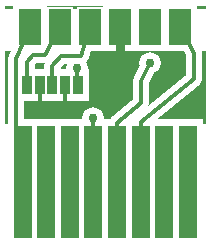
<source format=gtl>
G04*
G04 Format:               Gerber RS-274X*
G04 Export Settings:      (default)*
G04 Layer:                TopCopper*
G04 This File Name:       wii_to_snesmultiout.gtl*
G04 Source File Name:     wii_to_snesmultiout.rrb*
G04 Unique ID:            a9f98a6f-7b16-41eb-b503-fa8c6335f000*
G04 Generated Date:       Tuesday, 10 July 2018 14:25:27*
G04*
G04 Created Using:        Robot Room Copper Connection v3.0.5875*
G04 Software Contact:     http://www.robotroom.com/CopperConnection/Support.aspx*
G04 License Number:       1880*
G04*
G04 Zero Suppression:     Leading*
G04 Number Precision:     2.4*
G04*
%FSLAX24Y24*%
%MOIN*%
%LNTopCopper*%
%ADD10C,.0118*%
%ADD11C,.012*%
%ADD12C,.0295*%
%ADD13C,.03*%
%ADD14C,.0543*%
%ADD15C,.0545*%
%ADD16C,.072*%
%ADD17R,.006X.006*%
%ADD18R,.007X.007*%
%ADD19R,.0354X.063*%
%ADD20R,.0591X.378*%
%ADD21R,.075X.1213*%
%ADD22R,.078X.1055*%
%ADD23R,.0907X.137*%
%ADD24R,.1016X.4205*%
%ADD25R,.1175X.1638*%
G36*
G01X-841Y703D02*
X5852D01*
Y-7113D01*
X-841D01*
Y703D01*
G37*
%LPC*%
G36*
X-846Y607D02*
X5846D01*
Y-820D01*
X-846D01*
Y607D01*
G37*
G36*
X-846Y-3231D02*
X5846D01*
Y-7168D01*
X-846D01*
Y-3231D01*
G37*
D14*
X-256Y-5170D02*
X-486Y-3407D01*
Y-1075D02*
X0Y0D01*
X-486Y-3407D02*
Y-1075D01*
D15*
X3681Y-5170D02*
Y-3179D01*
X5453Y-1734D02*
Y-869D01*
X2106Y-5170D02*
Y-3044D01*
X2894Y-5170D02*
Y-3192D01*
X2000Y0D02*
X1694Y-966D01*
X-108Y-1174D02*
X-103Y-1932D01*
X1000Y0D02*
X480Y-928D01*
X728Y-1321D02*
X733Y-1932D01*
X1575D02*
X1565Y-1371D01*
X1694Y-966D02*
X1024D01*
X728Y-1321D01*
X480Y-928D02*
X88D01*
X-108Y-1174D01*
X2894Y-3192D02*
X3680Y-2535D01*
Y-1804D01*
X5453Y-869D02*
X5000Y0D01*
X3680Y-1804D02*
X4000Y-1213D01*
X3681Y-3179D02*
X5453Y-1734D01*
D16*
X2106Y-3044D03*
X4000Y-1213D03*
X1565Y-1371D03*
D22*
X315Y-1932D03*
X-103D03*
X733D03*
X1152D03*
X1575D03*
D24*
X-256Y-5170D03*
X531D03*
X1319D03*
X2106D03*
X2894D03*
X3681D03*
X4469D03*
X5256D03*
D25*
X4000Y0D03*
X5000D03*
D23*
X2000Y0D03*
D25*
X3000Y0D03*
X0D03*
D23*
X1000Y0D03*
%LPD*%
D10*
X-256Y-5170D02*
X-486Y-3407D01*
Y-1075D02*
X0Y0D01*
X-486Y-3407D02*
Y-1075D01*
D11*
X3681Y-5170D02*
Y-3179D01*
X5453Y-1734D02*
Y-869D01*
X2106Y-5170D02*
Y-3044D01*
X2894Y-5170D02*
Y-3192D01*
X2000Y0D02*
X1694Y-966D01*
X-108Y-1174D02*
X-103Y-1932D01*
X1000Y0D02*
X480Y-928D01*
X728Y-1321D02*
X733Y-1932D01*
X1575D02*
X1565Y-1371D01*
X1694Y-966D02*
X1024D01*
X728Y-1321D01*
X480Y-928D02*
X88D01*
X-108Y-1174D01*
X315Y-1932D02*
X319Y-2650D01*
X1152Y-1932D02*
X1148Y-2650D01*
X2894Y-3192D02*
X3680Y-2535D01*
Y-1804D01*
X5453Y-869D02*
X5000Y0D01*
X3680Y-1804D02*
X4000Y-1213D01*
X3681Y-3179D02*
X5453Y-1734D01*
D12*
X2106Y-3044D03*
X4000Y-1213D03*
X1565Y-1371D03*
X1319Y-2837D03*
D03*
X5108Y-2788D03*
X3337Y-1164D03*
X5108Y-2788D03*
X39Y-2837D03*
X4983Y-1263D03*
X4117Y-1952D03*
D13*
X3000Y0D02*
Y-994D01*
D19*
X315Y-1932D03*
X-103D03*
X733D03*
X1152D03*
X1575D03*
D20*
X-256Y-5170D03*
X531D03*
X1319D03*
X2106D03*
X2894D03*
X3681D03*
X4469D03*
X5256D03*
D21*
X4000Y0D03*
X5000D03*
X2000D03*
X3000D03*
X0D03*
X1000D03*
M02*

</source>
